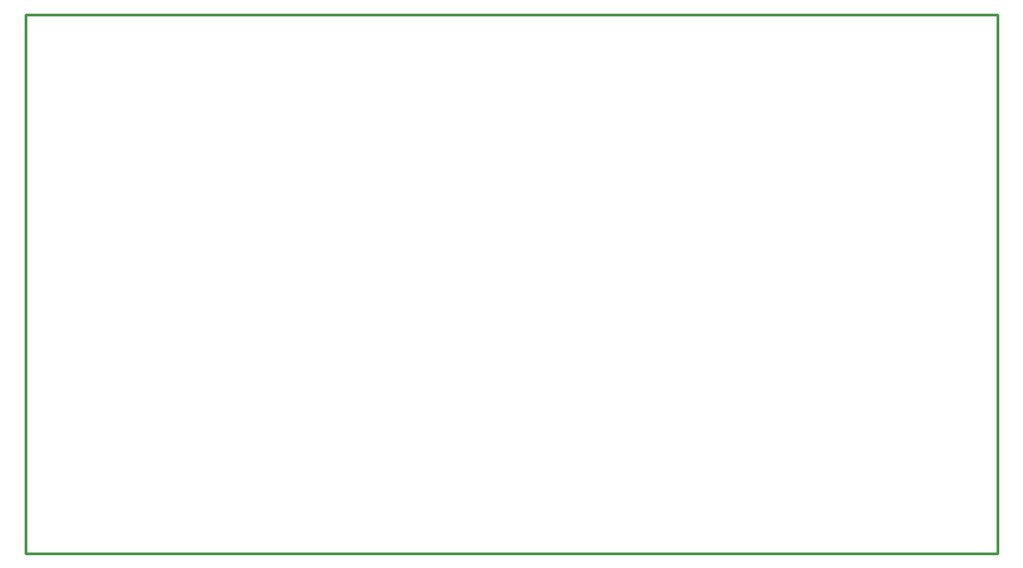
<source format=gko>
G04 Layer: BoardOutlineLayer*
G04 EasyEDA Pro v2.2.34.8, 2025-02-09 20:03:56*
G04 Gerber Generator version 0.3*
G04 Scale: 100 percent, Rotated: No, Reflected: No*
G04 Dimensions in millimeters*
G04 Leading zeros omitted, absolute positions, 4 integers and 5 decimals*
%FSLAX45Y45*%
%MOMM*%
%ADD10C,0.254*%
G75*


G04 Rect Start*
G54D10*
G01X0Y0D02*
G01X0Y5000000D01*
G01X9025400Y5000000D01*
G01X9025400Y0D01*
G01X0Y0D01*
G04 Rect End*

M02*


</source>
